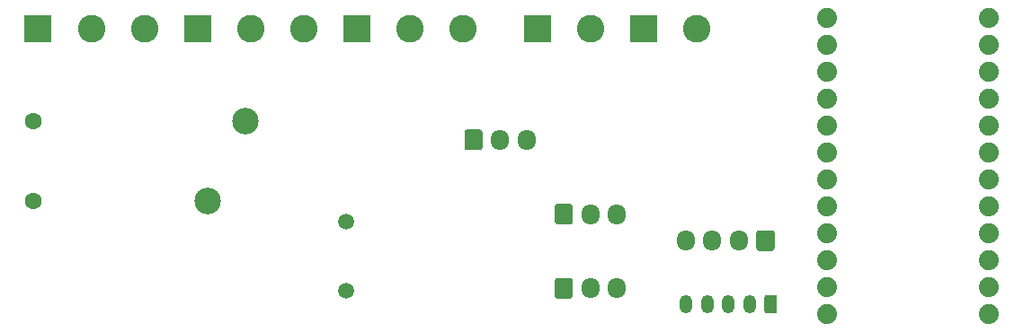
<source format=gbs>
G04 #@! TF.GenerationSoftware,KiCad,Pcbnew,(5.1.9)-1*
G04 #@! TF.CreationDate,2021-05-18T22:57:50-05:00*
G04 #@! TF.ProjectId,BoilerBot,426f696c-6572-4426-9f74-2e6b69636164,rev?*
G04 #@! TF.SameCoordinates,Original*
G04 #@! TF.FileFunction,Soldermask,Bot*
G04 #@! TF.FilePolarity,Negative*
%FSLAX46Y46*%
G04 Gerber Fmt 4.6, Leading zero omitted, Abs format (unit mm)*
G04 Created by KiCad (PCBNEW (5.1.9)-1) date 2021-05-18 22:57:50*
%MOMM*%
%LPD*%
G01*
G04 APERTURE LIST*
%ADD10C,2.500000*%
%ADD11C,1.600000*%
%ADD12O,1.700000X1.950000*%
%ADD13C,2.600000*%
%ADD14R,2.600000X2.600000*%
%ADD15O,1.200000X1.750000*%
%ADD16C,1.500000*%
%ADD17C,1.879600*%
G04 APERTURE END LIST*
D10*
X106500000Y-61750000D03*
X103000000Y-69250000D03*
D11*
X86500000Y-61750000D03*
X86500000Y-69250000D03*
D12*
X141500000Y-70500000D03*
X139000000Y-70500000D03*
G36*
G01*
X135650000Y-71225000D02*
X135650000Y-69775000D01*
G75*
G02*
X135900000Y-69525000I250000J0D01*
G01*
X137100000Y-69525000D01*
G75*
G02*
X137350000Y-69775000I0J-250000D01*
G01*
X137350000Y-71225000D01*
G75*
G02*
X137100000Y-71475000I-250000J0D01*
G01*
X135900000Y-71475000D01*
G75*
G02*
X135650000Y-71225000I0J250000D01*
G01*
G37*
X148000000Y-73000000D03*
X150500000Y-73000000D03*
X153000000Y-73000000D03*
G36*
G01*
X156350000Y-72275000D02*
X156350000Y-73725000D01*
G75*
G02*
X156100000Y-73975000I-250000J0D01*
G01*
X154900000Y-73975000D01*
G75*
G02*
X154650000Y-73725000I0J250000D01*
G01*
X154650000Y-72275000D01*
G75*
G02*
X154900000Y-72025000I250000J0D01*
G01*
X156100000Y-72025000D01*
G75*
G02*
X156350000Y-72275000I0J-250000D01*
G01*
G37*
D13*
X112000000Y-53000000D03*
X107000000Y-53000000D03*
D14*
X102000000Y-53000000D03*
D12*
X141500000Y-77500000D03*
X139000000Y-77500000D03*
G36*
G01*
X135650000Y-78225000D02*
X135650000Y-76775000D01*
G75*
G02*
X135900000Y-76525000I250000J0D01*
G01*
X137100000Y-76525000D01*
G75*
G02*
X137350000Y-76775000I0J-250000D01*
G01*
X137350000Y-78225000D01*
G75*
G02*
X137100000Y-78475000I-250000J0D01*
G01*
X135900000Y-78475000D01*
G75*
G02*
X135650000Y-78225000I0J250000D01*
G01*
G37*
X133000000Y-63500000D03*
X130500000Y-63500000D03*
G36*
G01*
X127150000Y-64225000D02*
X127150000Y-62775000D01*
G75*
G02*
X127400000Y-62525000I250000J0D01*
G01*
X128600000Y-62525000D01*
G75*
G02*
X128850000Y-62775000I0J-250000D01*
G01*
X128850000Y-64225000D01*
G75*
G02*
X128600000Y-64475000I-250000J0D01*
G01*
X127400000Y-64475000D01*
G75*
G02*
X127150000Y-64225000I0J250000D01*
G01*
G37*
D15*
X148000000Y-79000000D03*
X150000000Y-79000000D03*
X152000000Y-79000000D03*
X154000000Y-79000000D03*
G36*
G01*
X156600000Y-78374999D02*
X156600000Y-79625001D01*
G75*
G02*
X156350001Y-79875000I-249999J0D01*
G01*
X155649999Y-79875000D01*
G75*
G02*
X155400000Y-79625001I0J249999D01*
G01*
X155400000Y-78374999D01*
G75*
G02*
X155649999Y-78125000I249999J0D01*
G01*
X156350001Y-78125000D01*
G75*
G02*
X156600000Y-78374999I0J-249999D01*
G01*
G37*
D13*
X149000000Y-53000000D03*
D14*
X144000000Y-53000000D03*
D13*
X127000000Y-53000000D03*
X122000000Y-53000000D03*
D14*
X117000000Y-53000000D03*
D13*
X97000000Y-53000000D03*
X92000000Y-53000000D03*
D14*
X87000000Y-53000000D03*
D13*
X139000000Y-53000000D03*
D14*
X134000000Y-53000000D03*
D16*
X116000000Y-77750000D03*
X116000000Y-71250000D03*
D17*
X176500000Y-52000000D03*
X176500000Y-54540000D03*
X176500000Y-57080000D03*
X176500000Y-59620000D03*
X176500000Y-62160000D03*
X176500000Y-64700000D03*
X176500000Y-67240000D03*
X176500000Y-69780000D03*
X176500000Y-72320000D03*
X176500000Y-74860000D03*
X176500000Y-77400000D03*
X176500000Y-79940000D03*
X161260000Y-79940000D03*
X161260000Y-77400000D03*
X161260000Y-74860000D03*
X161260000Y-72320000D03*
X161260000Y-69780000D03*
X161260000Y-67240000D03*
X161260000Y-64700000D03*
X161260000Y-62160000D03*
X161260000Y-59620000D03*
X161260000Y-57080000D03*
X161260000Y-54540000D03*
X161260000Y-52000000D03*
M02*

</source>
